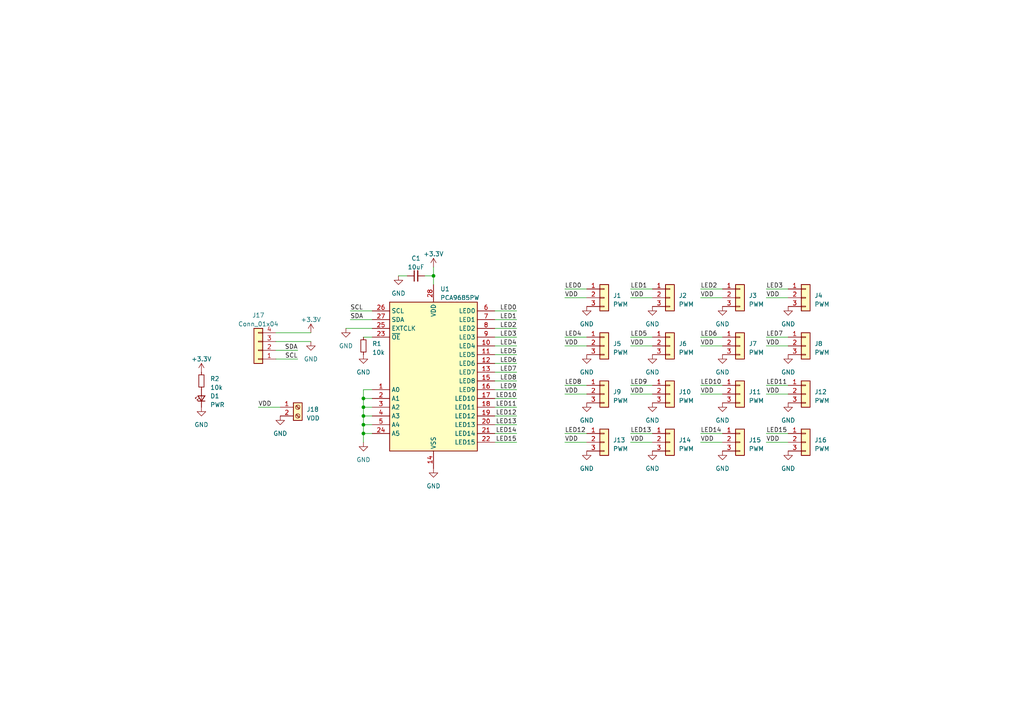
<source format=kicad_sch>
(kicad_sch (version 20230409) (generator eeschema)
  (paper "A4")
  (title_block (title "PCA9685 Breakout") (date "2023-08-18") (rev "V1.0") (company "MUREX Robotics [Byran Huang]") (comment 1 "// DO IT RIGHT, DO IT MUREX.") (comment 2 "// ATTEMPT THE IMPOSSIBLE.") (comment 4 "PCA9685 breakout board with ext. power"))
  (lib_symbols
    (symbol "Connector:Screw_Terminal_01x02" (pin_names (offset 1.016) hide)
      (property "Reference" "J" (at 0 2.54 0))
      (property "Value" "Screw_Terminal_01x02" (at 0 -5.08 0))
      (symbol "Screw_Terminal_01x02_1_1"
        (rectangle (start -1.27 1.27) (end 1.27 -3.81) (stroke (width 0.254)) (fill (type background)))
        (circle (center 0 -2.54) (radius 0.635) (stroke (width 0.1524)))
        (polyline (pts (xy -0.5334 -2.2098) (xy 0.3302 -3.048)) (stroke (width 0.1524)))
        (polyline (pts (xy -0.5334 0.3302) (xy 0.3302 -0.508)) (stroke (width 0.1524)))
        (polyline (pts (xy -0.3556 -2.032) (xy 0.508 -2.8702)) (stroke (width 0.1524)))
        (polyline (pts (xy -0.3556 0.508) (xy 0.508 -0.3302)) (stroke (width 0.1524)))
        (circle (center 0 0) (radius 0.635) (stroke (width 0.1524)))
        (pin passive line (at -5.08 0 0) (length 3.81) (name "Pin_1") (number "1"))
        (pin passive line (at -5.08 -2.54 0) (length 3.81) (name "Pin_2") (number "2"))
      )
    )
    (symbol "Connector_Generic:Conn_01x03" (pin_names (offset 1.016) hide)
      (property "Reference" "J" (at 0 5.08 0))
      (property "Value" "Conn_01x03" (at 0 -5.08 0))
      (symbol "Conn_01x03_1_1"
        (rectangle (start -1.27 -2.413) (end 0 -2.667) (stroke (width 0.1524)))
        (rectangle (start -1.27 0.127) (end 0 -0.127) (stroke (width 0.1524)))
        (rectangle (start -1.27 2.667) (end 0 2.413) (stroke (width 0.1524)))
        (rectangle (start -1.27 3.81) (end 1.27 -3.81) (stroke (width 0.254)) (fill (type background)))
        (pin passive line (at -5.08 2.54 0) (length 3.81) (name "Pin_1") (number "1"))
        (pin passive line (at -5.08 0 0) (length 3.81) (name "Pin_2") (number "2"))
        (pin passive line (at -5.08 -2.54 0) (length 3.81) (name "Pin_3") (number "3"))
      )
    )
    (symbol "Connector_Generic:Conn_01x04" (pin_names (offset 1.016) hide)
      (property "Reference" "J" (at 0 5.08 0))
      (property "Value" "Conn_01x04" (at 0 -7.62 0))
      (symbol "Conn_01x04_1_1"
        (rectangle (start -1.27 -4.953) (end 0 -5.207) (stroke (width 0.1524)))
        (rectangle (start -1.27 -2.413) (end 0 -2.667) (stroke (width 0.1524)))
        (rectangle (start -1.27 0.127) (end 0 -0.127) (stroke (width 0.1524)))
        (rectangle (start -1.27 2.667) (end 0 2.413) (stroke (width 0.1524)))
        (rectangle (start -1.27 3.81) (end 1.27 -6.35) (stroke (width 0.254)) (fill (type background)))
        (pin passive line (at -5.08 2.54 0) (length 3.81) (name "Pin_1") (number "1"))
        (pin passive line (at -5.08 0 0) (length 3.81) (name "Pin_2") (number "2"))
        (pin passive line (at -5.08 -2.54 0) (length 3.81) (name "Pin_3") (number "3"))
        (pin passive line (at -5.08 -5.08 0) (length 3.81) (name "Pin_4") (number "4"))
      )
    )
    (symbol "Device:C_Small" (pin_numbers hide) (pin_names (offset 0.254) hide)
      (property "Reference" "C" (at 0.254 1.778 0))
      (property "Value" "C_Small" (at 0.254 -2.032 0))
      (symbol "C_Small_0_1"
        (polyline (pts (xy -1.524 -0.508) (xy 1.524 -0.508)) (stroke (width 0.3302)))
        (polyline (pts (xy -1.524 0.508) (xy 1.524 0.508)) (stroke (width 0.3048)))
      )
      (symbol "C_Small_1_1"
        (pin passive line (at 0 2.54 270) (length 2.032) (name "~") (number "1"))
        (pin passive line (at 0 -2.54 90) (length 2.032) (name "~") (number "2"))
      )
    )
    (symbol "Device:LED_Small" (pin_numbers hide) (pin_names (offset 0.254) hide)
      (property "Reference" "D" (at -1.27 3.175 0))
      (property "Value" "LED_Small" (at -4.445 -2.54 0))
      (symbol "LED_Small_0_1"
        (polyline (pts (xy -0.762 -1.016) (xy -0.762 1.016)) (stroke (width 0.254)))
        (polyline (pts (xy 1.016 0) (xy -0.762 0)))
        (polyline (pts (xy 0.762 -1.016) (xy -0.762 0) (xy 0.762 1.016) (xy 0.762 -1.016)) (stroke (width 0.254)))
        (polyline (pts (xy 0 0.762) (xy -0.508 1.27) (xy -0.254 1.27) (xy -0.508 1.27) (xy -0.508 1.016)))
        (polyline (pts (xy 0.508 1.27) (xy 0 1.778) (xy 0.254 1.778) (xy 0 1.778) (xy 0 1.524)))
      )
      (symbol "LED_Small_1_1"
        (pin passive line (at -2.54 0 0) (length 1.778) (name "K") (number "1"))
        (pin passive line (at 2.54 0 180) (length 1.778) (name "A") (number "2"))
      )
    )
    (symbol "Device:R_Small" (pin_numbers hide) (pin_names (offset 0.254) hide)
      (property "Reference" "R" (at 0.762 0.508 0))
      (property "Value" "R_Small" (at 0.762 -1.016 0))
      (symbol "R_Small_0_1"
        (rectangle (start -0.762 1.778) (end 0.762 -1.778) (stroke (width 0.2032)))
      )
      (symbol "R_Small_1_1"
        (pin passive line (at 0 2.54 270) (length 0.762) (name "~") (number "1"))
        (pin passive line (at 0 -2.54 90) (length 0.762) (name "~") (number "2"))
      )
    )
    (symbol "Driver_LED:PCA9685PW"
      (property "Reference" "U" (at -12.7 22.225 0))
      (property "Value" "PCA9685PW" (at 1.27 22.225 0))
      (symbol "PCA9685PW_0_1"
        (rectangle (start -12.7 20.32) (end 12.7 -22.86) (stroke (width 0.254)) (fill (type background)))
      )
      (symbol "PCA9685PW_1_1"
        (pin input line (at -17.78 -5.08 0) (length 5.08) (name "A0") (number "1"))
        (pin output line (at 17.78 7.62 180) (length 5.08) (name "LED4") (number "10"))
        (pin output line (at 17.78 5.08 180) (length 5.08) (name "LED5") (number "11"))
        (pin output line (at 17.78 2.54 180) (length 5.08) (name "LED6") (number "12"))
        (pin output line (at 17.78 0 180) (length 5.08) (name "LED7") (number "13"))
        (pin power_in line (at 0 -27.94 90) (length 5.08) (name "VSS") (number "14"))
        (pin output line (at 17.78 -2.54 180) (length 5.08) (name "LED8") (number "15"))
        (pin output line (at 17.78 -5.08 180) (length 5.08) (name "LED9") (number "16"))
        (pin output line (at 17.78 -7.62 180) (length 5.08) (name "LED10") (number "17"))
        (pin output line (at 17.78 -10.16 180) (length 5.08) (name "LED11") (number "18"))
        (pin output line (at 17.78 -12.7 180) (length 5.08) (name "LED12") (number "19"))
        (pin input line (at -17.78 -7.62 0) (length 5.08) (name "A1") (number "2"))
        (pin output line (at 17.78 -15.24 180) (length 5.08) (name "LED13") (number "20"))
        (pin output line (at 17.78 -17.78 180) (length 5.08) (name "LED14") (number "21"))
        (pin output line (at 17.78 -20.32 180) (length 5.08) (name "LED15") (number "22"))
        (pin input line (at -17.78 10.16 0) (length 5.08) (name "~{OE}") (number "23"))
        (pin input line (at -17.78 -17.78 0) (length 5.08) (name "A5") (number "24"))
        (pin input line (at -17.78 12.7 0) (length 5.08) (name "EXTCLK") (number "25"))
        (pin input line (at -17.78 17.78 0) (length 5.08) (name "SCL") (number "26"))
        (pin bidirectional line (at -17.78 15.24 0) (length 5.08) (name "SDA") (number "27"))
        (pin power_in line (at 0 25.4 270) (length 5.08) (name "VDD") (number "28"))
        (pin input line (at -17.78 -10.16 0) (length 5.08) (name "A2") (number "3"))
        (pin input line (at -17.78 -12.7 0) (length 5.08) (name "A3") (number "4"))
        (pin input line (at -17.78 -15.24 0) (length 5.08) (name "A4") (number "5"))
        (pin output line (at 17.78 17.78 180) (length 5.08) (name "LED0") (number "6"))
        (pin output line (at 17.78 15.24 180) (length 5.08) (name "LED1") (number "7"))
        (pin output line (at 17.78 12.7 180) (length 5.08) (name "LED2") (number "8"))
        (pin output line (at 17.78 10.16 180) (length 5.08) (name "LED3") (number "9"))
      )
    )
    (symbol "power:+3.3V" (power) (pin_names (offset 0))
      (property "Value" "+3.3V" (at 0 3.556 0))
      (symbol "+3.3V_0_1"
        (polyline (pts (xy -0.762 1.27) (xy 0 2.54)))
        (polyline (pts (xy 0 0) (xy 0 2.54)))
        (polyline (pts (xy 0 2.54) (xy 0.762 1.27)))
      )
      (symbol "+3.3V_1_1"
        (pin power_in line (at 0 0 90) (length 0) hide (name "+3.3V") (number "1"))
      )
    )
    (symbol "power:GND" (power) (pin_names (offset 0))
      (property "Value" "GND" (at 0 -3.81 0))
      (symbol "GND_0_1"
        (polyline (pts (xy 0 0) (xy 0 -1.27) (xy 1.27 -1.27) (xy 0 -2.54) (xy -1.27 -1.27) (xy 0 -1.27)))
      )
      (symbol "GND_1_1"
        (pin power_in line (at 0 0 270) (length 0) hide (name "GND") (number "1"))
      )
    )
  )
  (junction (at 105.41 125.73))
  (junction (at 105.41 123.19))
  (junction (at 125.73 80.01))
  (junction (at 105.41 120.65))
  (junction (at 105.41 118.11))
  (junction (at 105.41 115.57))
  (wire (pts (xy 182.88 97.79) (xy 189.23 97.79)))
  (wire (pts (xy 101.6 92.71) (xy 107.95 92.71)))
  (wire (pts (xy 143.51 92.71) (xy 149.86 92.71)))
  (wire (pts (xy 80.01 99.06) (xy 90.17 99.06)))
  (wire (pts (xy 170.18 114.3) (xy 163.83 114.3)))
  (wire (pts (xy 182.88 111.76) (xy 189.23 111.76)))
  (wire (pts (xy 86.36 101.6) (xy 80.01 101.6)))
  (wire (pts (xy 222.25 97.79) (xy 228.6 97.79)))
  (wire (pts (xy 228.6 86.36) (xy 222.25 86.36)))
  (wire (pts (xy 105.41 123.19) (xy 105.41 125.73)))
  (wire (pts (xy 189.23 86.36) (xy 182.88 86.36)))
  (wire (pts (xy 209.55 100.33) (xy 203.2 100.33)))
  (wire (pts (xy 182.88 125.73) (xy 189.23 125.73)))
  (wire (pts (xy 143.51 115.57) (xy 149.86 115.57)))
  (wire (pts (xy 170.18 83.82) (xy 163.83 83.82)))
  (wire (pts (xy 143.51 110.49) (xy 149.86 110.49)))
  (wire (pts (xy 143.51 95.25) (xy 149.86 95.25)))
  (wire (pts (xy 143.51 107.95) (xy 149.86 107.95)))
  (wire (pts (xy 163.83 125.73) (xy 170.18 125.73)))
  (wire (pts (xy 228.6 128.27) (xy 222.25 128.27)))
  (wire (pts (xy 203.2 97.79) (xy 209.55 97.79)))
  (wire (pts (xy 203.2 111.76) (xy 209.55 111.76)))
  (wire (pts (xy 222.25 125.73) (xy 228.6 125.73)))
  (wire (pts (xy 189.23 128.27) (xy 182.88 128.27)))
  (wire (pts (xy 182.88 83.82) (xy 189.23 83.82)))
  (wire (pts (xy 125.73 77.47) (xy 125.73 80.01)))
  (wire (pts (xy 143.51 90.17) (xy 149.86 90.17)))
  (wire (pts (xy 101.6 90.17) (xy 107.95 90.17)))
  (wire (pts (xy 105.41 113.03) (xy 105.41 115.57)))
  (wire (pts (xy 170.18 100.33) (xy 163.83 100.33)))
  (wire (pts (xy 143.51 123.19) (xy 149.86 123.19)))
  (wire (pts (xy 163.83 97.79) (xy 170.18 97.79)))
  (wire (pts (xy 105.41 118.11) (xy 105.41 120.65)))
  (wire (pts (xy 105.41 125.73) (xy 105.41 128.27)))
  (wire (pts (xy 170.18 128.27) (xy 163.83 128.27)))
  (wire (pts (xy 143.51 120.65) (xy 149.86 120.65)))
  (wire (pts (xy 86.36 104.14) (xy 80.01 104.14)))
  (wire (pts (xy 203.2 83.82) (xy 209.55 83.82)))
  (wire (pts (xy 163.83 86.36) (xy 170.18 86.36)))
  (wire (pts (xy 203.2 125.73) (xy 209.55 125.73)))
  (wire (pts (xy 115.57 80.01) (xy 118.11 80.01)))
  (wire (pts (xy 143.51 97.79) (xy 149.86 97.79)))
  (wire (pts (xy 105.41 97.79) (xy 107.95 97.79)))
  (wire (pts (xy 107.95 125.73) (xy 105.41 125.73)))
  (wire (pts (xy 222.25 111.76) (xy 228.6 111.76)))
  (wire (pts (xy 228.6 100.33) (xy 222.25 100.33)))
  (wire (pts (xy 105.41 120.65) (xy 107.95 120.65)))
  (wire (pts (xy 105.41 123.19) (xy 107.95 123.19)))
  (wire (pts (xy 74.93 118.11) (xy 81.28 118.11)))
  (wire (pts (xy 209.55 86.36) (xy 203.2 86.36)))
  (wire (pts (xy 222.25 83.82) (xy 228.6 83.82)))
  (wire (pts (xy 163.83 111.76) (xy 170.18 111.76)))
  (wire (pts (xy 80.01 96.52) (xy 90.17 96.52)))
  (wire (pts (xy 125.73 80.01) (xy 125.73 82.55)))
  (wire (pts (xy 209.55 128.27) (xy 203.2 128.27)))
  (wire (pts (xy 143.51 125.73) (xy 149.86 125.73)))
  (wire (pts (xy 143.51 105.41) (xy 149.86 105.41)))
  (wire (pts (xy 143.51 100.33) (xy 149.86 100.33)))
  (wire (pts (xy 105.41 118.11) (xy 107.95 118.11)))
  (wire (pts (xy 123.19 80.01) (xy 125.73 80.01)))
  (wire (pts (xy 143.51 113.03) (xy 149.86 113.03)))
  (wire (pts (xy 105.41 115.57) (xy 105.41 118.11)))
  (wire (pts (xy 143.51 128.27) (xy 149.86 128.27)))
  (wire (pts (xy 107.95 113.03) (xy 105.41 113.03)))
  (wire (pts (xy 105.41 115.57) (xy 107.95 115.57)))
  (wire (pts (xy 228.6 114.3) (xy 222.25 114.3)))
  (wire (pts (xy 105.41 120.65) (xy 105.41 123.19)))
  (wire (pts (xy 100.33 95.25) (xy 107.95 95.25)))
  (wire (pts (xy 189.23 114.3) (xy 182.88 114.3)))
  (wire (pts (xy 189.23 100.33) (xy 182.88 100.33)))
  (wire (pts (xy 209.55 114.3) (xy 203.2 114.3)))
  (wire (pts (xy 143.51 102.87) (xy 149.86 102.87)))
  (wire (pts (xy 143.51 118.11) (xy 149.86 118.11)))
  (label "LED14" (at 149.86 125.73 180))
  (label "LED4" (at 149.86 100.33 180))
  (label "LED8" (at 149.86 110.49 180))
  (label "LED9" (at 149.86 113.03 180))
  (label "VDD" (at 163.83 114.3 0))
  (label "LED2" (at 149.86 95.25 180))
  (label "LED14" (at 203.2 125.73 0))
  (label "VDD" (at 203.2 128.27 0))
  (label "LED1" (at 182.88 83.82 0))
  (label "VDD" (at 182.88 128.27 0))
  (label "LED13" (at 182.88 125.73 0))
  (label "VDD" (at 222.25 114.3 0))
  (label "LED15" (at 222.25 125.73 0))
  (label "LED3" (at 222.25 83.82 0))
  (label "LED10" (at 149.86 115.57 180))
  (label "VDD" (at 182.88 100.33 0))
  (label "LED5" (at 182.88 97.79 0))
  (label "LED7" (at 149.86 107.95 180))
  (label "LED13" (at 149.86 123.19 180))
  (label "LED7" (at 222.25 97.79 0))
  (label "LED8" (at 163.83 111.76 0))
  (label "SDA" (at 101.6 92.71 0))
  (label "VDD" (at 203.2 86.36 0))
  (label "LED6" (at 149.86 105.41 180))
  (label "LED0" (at 149.86 90.17 180))
  (label "VDD" (at 203.2 100.33 0))
  (label "SCL" (at 86.36 104.14 180))
  (label "VDD" (at 182.88 114.3 0))
  (label "LED11" (at 222.25 111.76 0))
  (label "LED5" (at 149.86 102.87 180))
  (label "VDD" (at 163.83 86.36 0))
  (label "LED0" (at 163.83 83.82 0))
  (label "LED6" (at 203.2 97.79 0))
  (label "LED1" (at 149.86 92.71 180))
  (label "SDA" (at 86.36 101.6 180))
  (label "LED2" (at 203.2 83.82 0))
  (label "LED3" (at 149.86 97.79 180))
  (label "VDD" (at 182.88 86.36 0))
  (label "LED12" (at 163.83 125.73 0))
  (label "VDD" (at 222.25 86.36 0))
  (label "SCL" (at 101.6 90.17 0))
  (label "LED11" (at 149.86 118.11 180))
  (label "LED15" (at 149.86 128.27 180))
  (label "VDD" (at 222.25 128.27 0))
  (label "LED12" (at 149.86 120.65 180))
  (label "LED10" (at 203.2 111.76 0))
  (label "VDD" (at 163.83 100.33 0))
  (label "VDD" (at 74.93 118.11 0))
  (label "VDD" (at 222.25 100.33 0))
  (label "LED4" (at 163.83 97.79 0))
  (label "VDD" (at 203.2 114.3 0))
  (label "LED9" (at 182.88 111.76 0))
  (label "VDD" (at 163.83 128.27 0))
  (symbol (lib_id "Device:R_Small") (at 58.42 110.49 0) (unit 1)
    (property "Reference" "R2" (at 60.96 109.855 0) (effects (justify left)))
    (property "Value" "10k" (at 60.96 112.395 0) (effects (justify left)))
    (property "Footprint" "Resistor_SMD:R_0603_1608Metric" (effects hide))
  )
  (symbol (lib_id "Connector_Generic:Conn_01x03") (at 175.26 114.3 0) (unit 1)
    (property "Reference" "J9" (at 177.8 113.665 0) (effects (justify left)))
    (property "Value" "PWM" (at 177.8 116.205 0) (effects (justify left)))
    (property "Footprint" "Connector_PinHeader_2.54mm:PinHeader_1x03_P2.54mm_Vertical" (effects hide))
  )
  (symbol (lib_id "Connector_Generic:Conn_01x03") (at 214.63 114.3 0) (unit 1)
    (property "Reference" "J11" (at 217.17 113.665 0) (effects (justify left)))
    (property "Value" "PWM" (at 217.17 116.205 0) (effects (justify left)))
    (property "Footprint" "Connector_PinHeader_2.54mm:PinHeader_1x03_P2.54mm_Vertical" (effects hide))
  )
  (symbol (lib_id "power:GND") (at 189.23 88.9 0) (unit 1)
    (property "Reference" "#PWR019" (effects hide))
    (property "Value" "GND" (at 189.23 93.98 0))
  )
  (symbol (lib_id "Connector_Generic:Conn_01x03") (at 194.31 86.36 0) (unit 1)
    (property "Reference" "J2" (at 196.85 85.725 0) (effects (justify left)))
    (property "Value" "PWM" (at 196.85 88.265 0) (effects (justify left)))
    (property "Footprint" "Connector_PinHeader_2.54mm:PinHeader_1x03_P2.54mm_Vertical" (effects hide))
  )
  (symbol (lib_id "power:GND") (at 228.6 116.84 0) (unit 1)
    (property "Reference" "#PWR014" (effects hide))
    (property "Value" "GND" (at 228.6 121.92 0))
  )
  (symbol (lib_id "Connector_Generic:Conn_01x03") (at 233.68 114.3 0) (unit 1)
    (property "Reference" "J12" (at 236.22 113.665 0) (effects (justify left)))
    (property "Value" "PWM" (at 236.22 116.205 0) (effects (justify left)))
    (property "Footprint" "Connector_PinHeader_2.54mm:PinHeader_1x03_P2.54mm_Vertical" (effects hide))
  )
  (symbol (lib_id "Connector_Generic:Conn_01x03") (at 175.26 86.36 0) (unit 1)
    (property "Reference" "J1" (at 177.8 85.725 0) (effects (justify left)))
    (property "Value" "PWM" (at 177.8 88.265 0) (effects (justify left)))
    (property "Footprint" "Connector_PinHeader_2.54mm:PinHeader_1x03_P2.54mm_Vertical" (effects hide))
  )
  (symbol (lib_id "power:GND") (at 125.73 135.89 0) (unit 1)
    (property "Reference" "#PWR05" (effects hide))
    (property "Value" "GND" (at 125.73 140.97 0))
  )
  (symbol (lib_id "Device:C_Small") (at 120.65 80.01 90) (unit 1)
    (property "Reference" "C1" (at 120.6563 74.93 90))
    (property "Value" "10uF" (at 120.6563 77.47 90))
    (property "Footprint" "Capacitor_SMD:C_0603_1608Metric" (effects hide))
  )
  (symbol (lib_id "power:GND") (at 58.42 118.11 0) (unit 1)
    (property "Reference" "#PWR027" (effects hide))
    (property "Value" "GND" (at 58.42 123.19 0))
  )
  (symbol (lib_id "Connector_Generic:Conn_01x04") (at 74.93 101.6 180) (unit 1)
    (property "Reference" "J17" (at 74.93 91.44 0))
    (property "Value" "Conn_01x04" (at 74.93 93.98 0))
    (property "Footprint" "Connector_PinHeader_2.54mm:PinHeader_1x04_P2.54mm_Vertical" (effects hide))
  )
  (symbol (lib_id "power:GND") (at 209.55 88.9 0) (unit 1)
    (property "Reference" "#PWR020" (effects hide))
    (property "Value" "GND" (at 209.55 93.98 0))
  )
  (symbol (lib_id "power:GND") (at 209.55 130.81 0) (unit 1)
    (property "Reference" "#PWR08" (effects hide))
    (property "Value" "GND" (at 209.55 135.89 0))
  )
  (symbol (lib_id "Connector_Generic:Conn_01x03") (at 233.68 86.36 0) (unit 1)
    (property "Reference" "J4" (at 236.22 85.725 0) (effects (justify left)))
    (property "Value" "PWM" (at 236.22 88.265 0) (effects (justify left)))
    (property "Footprint" "Connector_PinHeader_2.54mm:PinHeader_1x03_P2.54mm_Vertical" (effects hide))
  )
  (symbol (lib_id "Device:R_Small") (at 105.41 100.33 0) (unit 1)
    (property "Reference" "R1" (at 107.95 99.695 0) (effects (justify left)))
    (property "Value" "10k" (at 107.95 102.235 0) (effects (justify left)))
    (property "Footprint" "Resistor_SMD:R_0603_1608Metric" (effects hide))
  )
  (symbol (lib_id "power:GND") (at 189.23 130.81 0) (unit 1)
    (property "Reference" "#PWR09" (effects hide))
    (property "Value" "GND" (at 189.23 135.89 0))
  )
  (symbol (lib_id "power:GND") (at 170.18 102.87 0) (unit 1)
    (property "Reference" "#PWR017" (effects hide))
    (property "Value" "GND" (at 170.18 107.95 0))
  )
  (symbol (lib_id "power:GND") (at 209.55 116.84 0) (unit 1)
    (property "Reference" "#PWR013" (effects hide))
    (property "Value" "GND" (at 209.55 121.92 0))
  )
  (symbol (lib_id "power:GND") (at 100.33 95.25 0) (unit 1)
    (property "Reference" "#PWR01" (effects hide))
    (property "Value" "GND" (at 100.33 100.33 0))
  )
  (symbol (lib_id "power:+3.3V") (at 90.17 96.52 0) (unit 1)
    (property "Reference" "#PWR024" (effects hide))
    (property "Value" "+3.3V" (at 90.17 92.71 0))
  )
  (symbol (lib_id "Connector:Screw_Terminal_01x02") (at 86.36 118.11 0) (unit 1)
    (property "Reference" "J18" (at 88.9 118.745 0) (effects (justify left)))
    (property "Value" "VDD" (at 88.9 121.285 0) (effects (justify left)))
    (property "Footprint" "TerminalBlock:TerminalBlock_Altech_AK300-2_P5.00mm" (effects hide))
  )
  (symbol (lib_id "Connector_Generic:Conn_01x03") (at 194.31 128.27 0) (unit 1)
    (property "Reference" "J14" (at 196.85 127.635 0) (effects (justify left)))
    (property "Value" "PWM" (at 196.85 130.175 0) (effects (justify left)))
    (property "Footprint" "Connector_PinHeader_2.54mm:PinHeader_1x03_P2.54mm_Vertical" (effects hide))
  )
  (symbol (lib_id "power:GND") (at 105.41 128.27 0) (unit 1)
    (property "Reference" "#PWR03" (effects hide))
    (property "Value" "GND" (at 105.41 133.35 0))
  )
  (symbol (lib_id "Connector_Generic:Conn_01x03") (at 194.31 100.33 0) (unit 1)
    (property "Reference" "J6" (at 196.85 99.695 0) (effects (justify left)))
    (property "Value" "PWM" (at 196.85 102.235 0) (effects (justify left)))
    (property "Footprint" "Connector_PinHeader_2.54mm:PinHeader_1x03_P2.54mm_Vertical" (effects hide))
  )
  (symbol (lib_id "power:GND") (at 170.18 130.81 0) (unit 1)
    (property "Reference" "#PWR010" (effects hide))
    (property "Value" "GND" (at 170.18 135.89 0))
  )
  (symbol (lib_id "Connector_Generic:Conn_01x03") (at 175.26 128.27 0) (unit 1)
    (property "Reference" "J13" (at 177.8 127.635 0) (effects (justify left)))
    (property "Value" "PWM" (at 177.8 130.175 0) (effects (justify left)))
    (property "Footprint" "Connector_PinHeader_2.54mm:PinHeader_1x03_P2.54mm_Vertical" (effects hide))
  )
  (symbol (lib_id "power:GND") (at 189.23 116.84 0) (unit 1)
    (property "Reference" "#PWR012" (effects hide))
    (property "Value" "GND" (at 189.23 121.92 0))
  )
  (symbol (lib_id "Driver_LED:PCA9685PW") (at 125.73 107.95 0) (unit 1)
    (property "Reference" "U1" (at 127.6859 83.82 0) (effects (justify left)))
    (property "Value" "PCA9685PW" (at 127.6859 86.36 0) (effects (justify left)))
    (property "Footprint" "Package_SO:TSSOP-28_4.4x9.7mm_P0.65mm" (effects hide))
    (property "Datasheet" "http://www.nxp.com/documents/data_sheet/PCA9685.pdf" (effects hide))
  )
  (symbol (lib_id "power:GND") (at 170.18 88.9 0) (unit 1)
    (property "Reference" "#PWR018" (effects hide))
    (property "Value" "GND" (at 170.18 93.98 0))
  )
  (symbol (lib_id "Connector_Generic:Conn_01x03") (at 214.63 128.27 0) (unit 1)
    (property "Reference" "J15" (at 217.17 127.635 0) (effects (justify left)))
    (property "Value" "PWM" (at 217.17 130.175 0) (effects (justify left)))
    (property "Footprint" "Connector_PinHeader_2.54mm:PinHeader_1x03_P2.54mm_Vertical" (effects hide))
  )
  (symbol (lib_id "Connector_Generic:Conn_01x03") (at 214.63 86.36 0) (unit 1)
    (property "Reference" "J3" (at 217.17 85.725 0) (effects (justify left)))
    (property "Value" "PWM" (at 217.17 88.265 0) (effects (justify left)))
    (property "Footprint" "Connector_PinHeader_2.54mm:PinHeader_1x03_P2.54mm_Vertical" (effects hide))
  )
  (symbol (lib_id "power:GND") (at 170.18 116.84 0) (unit 1)
    (property "Reference" "#PWR011" (effects hide))
    (property "Value" "GND" (at 170.18 121.92 0))
  )
  (symbol (lib_id "power:+3.3V") (at 58.42 107.95 0) (unit 1)
    (property "Reference" "#PWR026" (effects hide))
    (property "Value" "+3.3V" (at 58.42 104.14 0))
  )
  (symbol (lib_id "Connector_Generic:Conn_01x03") (at 175.26 100.33 0) (unit 1)
    (property "Reference" "J5" (at 177.8 99.695 0) (effects (justify left)))
    (property "Value" "PWM" (at 177.8 102.235 0) (effects (justify left)))
    (property "Footprint" "Connector_PinHeader_2.54mm:PinHeader_1x03_P2.54mm_Vertical" (effects hide))
  )
  (symbol (lib_id "power:GND") (at 90.17 99.06 0) (unit 1)
    (property "Reference" "#PWR023" (effects hide))
    (property "Value" "GND" (at 90.17 104.14 0))
  )
  (symbol (lib_id "power:GND") (at 228.6 102.87 0) (unit 1)
    (property "Reference" "#PWR06" (effects hide))
    (property "Value" "GND" (at 228.6 107.95 0))
  )
  (symbol (lib_id "power:GND") (at 81.28 120.65 0) (unit 1)
    (property "Reference" "#PWR025" (effects hide))
    (property "Value" "GND" (at 81.28 125.73 0))
  )
  (symbol (lib_id "power:GND") (at 228.6 130.81 0) (unit 1)
    (property "Reference" "#PWR07" (effects hide))
    (property "Value" "GND" (at 228.6 135.89 0))
  )
  (symbol (lib_id "power:GND") (at 228.6 88.9 0) (unit 1)
    (property "Reference" "#PWR021" (effects hide))
    (property "Value" "GND" (at 228.6 93.98 0))
  )
  (symbol (lib_id "power:GND") (at 189.23 102.87 0) (unit 1)
    (property "Reference" "#PWR016" (effects hide))
    (property "Value" "GND" (at 189.23 107.95 0))
  )
  (symbol (lib_id "power:GND") (at 115.57 80.01 0) (unit 1)
    (property "Reference" "#PWR04" (effects hide))
    (property "Value" "GND" (at 115.57 85.09 0))
  )
  (symbol (lib_id "power:+3.3V") (at 125.73 77.47 0) (unit 1)
    (property "Reference" "#PWR022" (effects hide))
    (property "Value" "+3.3V" (at 125.73 73.66 0))
  )
  (symbol (lib_id "Connector_Generic:Conn_01x03") (at 233.68 100.33 0) (unit 1)
    (property "Reference" "J8" (at 236.22 99.695 0) (effects (justify left)))
    (property "Value" "PWM" (at 236.22 102.235 0) (effects (justify left)))
    (property "Footprint" "Connector_PinHeader_2.54mm:PinHeader_1x03_P2.54mm_Vertical" (effects hide))
  )
  (symbol (lib_id "Connector_Generic:Conn_01x03") (at 214.63 100.33 0) (unit 1)
    (property "Reference" "J7" (at 217.17 99.695 0) (effects (justify left)))
    (property "Value" "PWM" (at 217.17 102.235 0) (effects (justify left)))
    (property "Footprint" "Connector_PinHeader_2.54mm:PinHeader_1x03_P2.54mm_Vertical" (effects hide))
  )
  (symbol (lib_id "power:GND") (at 105.41 102.87 0) (unit 1)
    (property "Reference" "#PWR02" (effects hide))
    (property "Value" "GND" (at 105.41 107.95 0))
  )
  (symbol (lib_id "Connector_Generic:Conn_01x03") (at 233.68 128.27 0) (unit 1)
    (property "Reference" "J16" (at 236.22 127.635 0) (effects (justify left)))
    (property "Value" "PWM" (at 236.22 130.175 0) (effects (justify left)))
    (property "Footprint" "Connector_PinHeader_2.54mm:PinHeader_1x03_P2.54mm_Vertical" (effects hide))
  )
  (symbol (lib_id "Connector_Generic:Conn_01x03") (at 194.31 114.3 0) (unit 1)
    (property "Reference" "J10" (at 196.85 113.665 0) (effects (justify left)))
    (property "Value" "PWM" (at 196.85 116.205 0) (effects (justify left)))
    (property "Footprint" "Connector_PinHeader_2.54mm:PinHeader_1x03_P2.54mm_Vertical" (effects hide))
  )
  (symbol (lib_id "Device:LED_Small") (at 58.42 115.57 90) (unit 1)
    (property "Reference" "D1" (at 60.96 114.8715 90) (effects (justify right)))
    (property "Value" "PWR" (at 60.96 117.4115 90) (effects (justify right)))
    (property "Footprint" "LED_SMD:LED_0603_1608Metric" (effects hide))
  )
  (symbol (lib_id "power:GND") (at 209.55 102.87 0) (unit 1)
    (property "Reference" "#PWR015" (effects hide))
    (property "Value" "GND" (at 209.55 107.95 0))
  )
)
</source>
